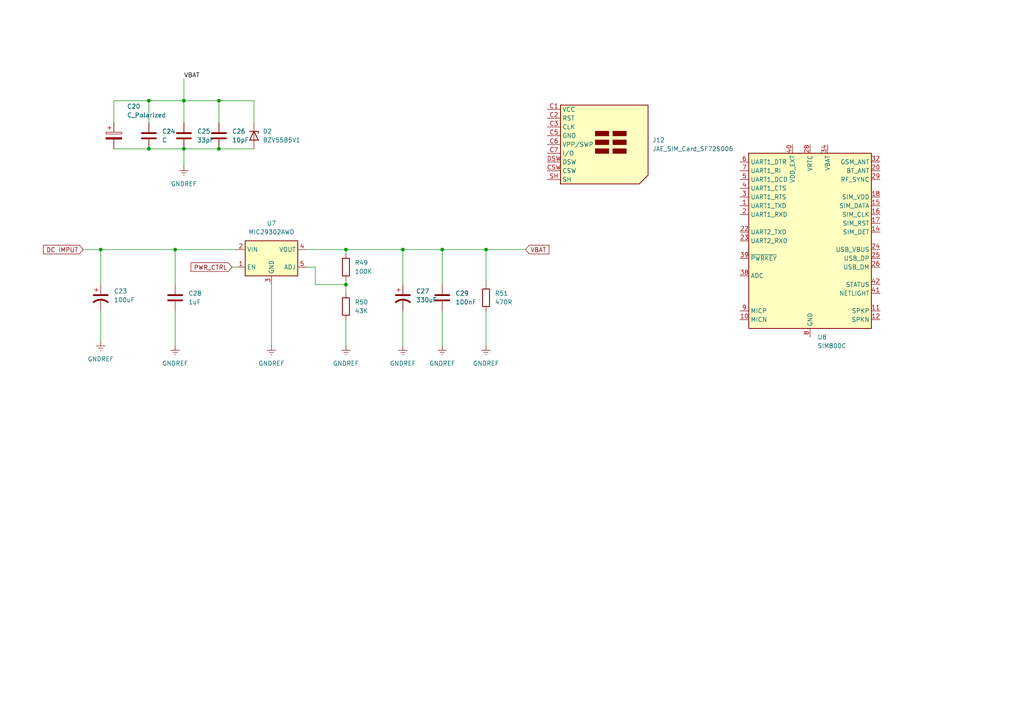
<source format=kicad_sch>
(kicad_sch (version 20250114) (generator "eeschema") (generator_version "9.0")
  (paper "A4")
  (lib_symbols
    (symbol "Connector:JAE_SIM_Card_SF72S006"
      (property "Reference" "J" (at 5.08 12.7 0))
      (property "Value" "JAE_SIM_Card_SF72S006" (at 30.48 12.7 0))
      (symbol "JAE_SIM_Card_SF72S006_0_1"
        (polyline (pts (xy 3.81 11.43) (xy 3.81 -11.43) (xy 26.67 -11.43) (xy 29.21 -8.89) (xy 29.21 11.43) (xy 3.81 11.43)) (stroke (width 0.254)) (fill (type background)))
        (rectangle (start 13.97 2.54) (end 17.78 3.81) (stroke (width 0.254)) (fill (type outline)))
        (rectangle (start 13.97 0) (end 17.78 1.27) (stroke (width 0.254)) (fill (type outline)))
        (rectangle (start 13.97 -2.54) (end 17.78 -1.27) (stroke (width 0.254)) (fill (type outline)))
        (rectangle (start 19.05 2.54) (end 22.86 3.81) (stroke (width 0.254)) (fill (type outline)))
        (rectangle (start 19.05 0) (end 22.86 1.27) (stroke (width 0.254)) (fill (type outline)))
        (rectangle (start 19.05 -1.27) (end 22.86 -2.54) (stroke (width 0.254)) (fill (type outline)))
      )
      (symbol "JAE_SIM_Card_SF72S006_1_1"
        (pin power_in line (at 0 10.16 0) (length 3.81) (name "VCC") (number "C1"))
        (pin input line (at 0 7.62 0) (length 3.81) (name "RST") (number "C2"))
        (pin input line (at 0 5.08 0) (length 3.81) (name "CLK") (number "C3"))
        (pin power_in line (at 0 2.54 0) (length 3.81) (name "GND") (number "C5"))
        (pin bidirectional line (at 0 0 0) (length 3.81) (name "VPP/SWP") (number "C6"))
        (pin bidirectional line (at 0 -2.54 0) (length 3.81) (name "I/O") (number "C7"))
        (pin passive line (at 0 -5.08 0) (length 3.81) (name "DSW") (number "DSW"))
        (pin passive line (at 0 -7.62 0) (length 3.81) (name "CSW") (number "CSW"))
        (pin passive line (at 0 -10.16 0) (length 3.81) (name "SH") (number "SH"))
      )
    )
    (symbol "Device:C" (pin_numbers (hide yes)) (pin_names (offset 0.254))
      (property "Reference" "C" (at 0.635 2.54 0))
      (property "Value" "C" (at 0.635 -2.54 0))
      (symbol "C_0_1"
        (polyline (pts (xy -2.032 0.762) (xy 2.032 0.762)) (stroke (width 0.508)))
        (polyline (pts (xy -2.032 -0.762) (xy 2.032 -0.762)) (stroke (width 0.508)))
      )
      (symbol "C_1_1"
        (pin passive line (at 0 3.81 270) (length 2.794) (name "~") (number "1"))
        (pin passive line (at 0 -3.81 90) (length 2.794) (name "~") (number "2"))
      )
    )
    (symbol "Device:C_Polarized" (pin_numbers (hide yes)) (pin_names (offset 0.254))
      (property "Reference" "C" (at 0.635 2.54 0))
      (property "Value" "C_Polarized" (at 0.635 -2.54 0))
      (symbol "C_Polarized_0_1"
        (rectangle (start -2.286 0.508) (end 2.286 1.016))
        (polyline (pts (xy -1.778 2.286) (xy -0.762 2.286)))
        (polyline (pts (xy -1.27 2.794) (xy -1.27 1.778)))
        (rectangle (start 2.286 -0.508) (end -2.286 -1.016) (fill (type outline)))
      )
      (symbol "C_Polarized_1_1"
        (pin passive line (at 0 3.81 270) (length 2.794) (name "~") (number "1"))
        (pin passive line (at 0 -3.81 90) (length 2.794) (name "~") (number "2"))
      )
    )
    (symbol "Device:C_Polarized_US" (pin_numbers (hide yes)) (pin_names (offset 0.254) (hide yes))
      (property "Reference" "C" (at 0.635 2.54 0))
      (property "Value" "C_Polarized_US" (at 0.635 -2.54 0))
      (symbol "C_Polarized_US_0_1"
        (polyline (pts (xy -2.032 0.762) (xy 2.032 0.762)) (stroke (width 0.508)))
        (polyline (pts (xy -1.778 2.286) (xy -0.762 2.286)))
        (polyline (pts (xy -1.27 1.778) (xy -1.27 2.794)))
        (arc (start -2.032 -1.27) (mid 0 -0.5572) (end 2.032 -1.27) (stroke (width 0.508)))
      )
      (symbol "C_Polarized_US_1_1"
        (pin passive line (at 0 3.81 270) (length 2.794) (name "~") (number "1"))
        (pin passive line (at 0 -3.81 90) (length 3.302) (name "~") (number "2"))
      )
    )
    (symbol "Device:R" (pin_numbers (hide yes)) (pin_names (offset 0))
      (property "Reference" "R" (at 2.032 0 90))
      (property "Value" "R" (at 0 0 90))
      (symbol "R_0_1"
        (rectangle (start -1.016 -2.54) (end 1.016 2.54) (stroke (width 0.254)))
      )
      (symbol "R_1_1"
        (pin passive line (at 0 3.81 270) (length 1.27) (name "~") (number "1"))
        (pin passive line (at 0 -3.81 90) (length 1.27) (name "~") (number "2"))
      )
    )
    (symbol "Diode:BZV55B5V1" (pin_numbers (hide yes)) (pin_names (hide yes))
      (property "Reference" "D" (at 0 2.54 0))
      (property "Value" "BZV55B5V1" (at 0 -2.54 0))
      (symbol "BZV55B5V1_0_1"
        (polyline (pts (xy -1.27 -1.27) (xy -1.27 1.27) (xy -0.762 1.27)) (stroke (width 0.254)))
        (polyline (pts (xy 1.27 0) (xy -1.27 0)))
        (polyline (pts (xy 1.27 -1.27) (xy 1.27 1.27) (xy -1.27 0) (xy 1.27 -1.27)) (stroke (width 0.254)))
      )
      (symbol "BZV55B5V1_1_1"
        (pin passive line (at -3.81 0 0) (length 2.54) (name "K") (number "1"))
        (pin passive line (at 3.81 0 180) (length 2.54) (name "A") (number "2"))
      )
    )
    (symbol "RF_GSM:SIM800C"
      (property "Reference" "U" (at -15.24 26.67 0))
      (property "Value" "SIM800C" (at 12.7 26.67 0))
      (symbol "SIM800C_0_1"
        (rectangle (start -17.78 25.4) (end 17.78 -25.4) (stroke (width 0.254)) (fill (type background)))
      )
      (symbol "SIM800C_1_1"
        (pin input line (at -20.32 22.86 0) (length 2.54) (name "UART1_DTR") (number "6"))
        (pin output line (at -20.32 20.32 0) (length 2.54) (name "UART1_RI") (number "7"))
        (pin output line (at -20.32 17.78 0) (length 2.54) (name "UART1_DCD") (number "5"))
        (pin output line (at -20.32 15.24 0) (length 2.54) (name "UART1_CTS") (number "4"))
        (pin input line (at -20.32 12.7 0) (length 2.54) (name "UART1_RTS") (number "3"))
        (pin output line (at -20.32 10.16 0) (length 2.54) (name "UART1_TXD") (number "1"))
        (pin input line (at -20.32 7.62 0) (length 2.54) (name "UART1_RXD") (number "2"))
        (pin output line (at -20.32 2.54 0) (length 2.54) (name "UART2_TXD") (number "22"))
        (pin input line (at -20.32 0 0) (length 2.54) (name "UART2_RXD") (number "23"))
        (pin input line (at -20.32 -5.08 0) (length 2.54) (name "~{PWRKEY}") (number "39"))
        (pin input line (at -20.32 -10.16 0) (length 2.54) (name "ADC") (number "38"))
        (pin input line (at -20.32 -20.32 0) (length 2.54) (name "MICP") (number "9"))
        (pin input line (at -20.32 -22.86 0) (length 2.54) (name "MICN") (number "10"))
        (pin power_out line (at -5.08 27.94 270) (length 2.54) (name "VDD_EXT") (number "40"))
        (pin power_in line (at 0 27.94 270) (length 2.54) (name "VRTC") (number "28"))
        (pin passive line (at 0 -27.94 90) (length 2.54) (hide yes) (name "GND") (number "13"))
        (pin passive line (at 0 -27.94 90) (length 2.54) (hide yes) (name "GND") (number "19"))
        (pin passive line (at 0 -27.94 90) (length 2.54) (hide yes) (name "GND") (number "21"))
        (pin passive line (at 0 -27.94 90) (length 2.54) (hide yes) (name "GND") (number "27"))
        (pin passive line (at 0 -27.94 90) (length 2.54) (hide yes) (name "GND") (number "30"))
        (pin passive line (at 0 -27.94 90) (length 2.54) (hide yes) (name "GND") (number "31"))
        (pin passive line (at 0 -27.94 90) (length 2.54) (hide yes) (name "GND") (number "33"))
        (pin passive line (at 0 -27.94 90) (length 2.54) (hide yes) (name "GND") (number "36"))
        (pin passive line (at 0 -27.94 90) (length 2.54) (hide yes) (name "GND") (number "37"))
        (pin power_in line (at 0 -27.94 90) (length 2.54) (name "GND") (number "8"))
        (pin power_in line (at 5.08 27.94 270) (length 2.54) (name "VBAT") (number "34"))
        (pin passive line (at 5.08 27.94 270) (length 2.54) (hide yes) (name "VBAT") (number "35"))
        (pin passive line (at 20.32 22.86 180) (length 2.54) (name "GSM_ANT") (number "32"))
        (pin passive line (at 20.32 20.32 180) (length 2.54) (name "BT_ANT") (number "20"))
        (pin output line (at 20.32 17.78 180) (length 2.54) (name "RF_SYNC") (number "29"))
        (pin power_out line (at 20.32 12.7 180) (length 2.54) (name "SIM_VDD") (number "18"))
        (pin bidirectional line (at 20.32 10.16 180) (length 2.54) (name "SIM_DATA") (number "15"))
        (pin output line (at 20.32 7.62 180) (length 2.54) (name "SIM_CLK") (number "16"))
        (pin output line (at 20.32 5.08 180) (length 2.54) (name "SIM_RST") (number "17"))
        (pin input line (at 20.32 2.54 180) (length 2.54) (name "SIM_DET") (number "14"))
        (pin input line (at 20.32 -2.54 180) (length 2.54) (name "USB_VBUS") (number "24"))
        (pin bidirectional line (at 20.32 -5.08 180) (length 2.54) (name "USB_DP") (number "25"))
        (pin bidirectional line (at 20.32 -7.62 180) (length 2.54) (name "USB_DM") (number "26"))
        (pin output line (at 20.32 -12.7 180) (length 2.54) (name "STATUS") (number "42"))
        (pin output line (at 20.32 -15.24 180) (length 2.54) (name "NETLIGHT") (number "41"))
        (pin output line (at 20.32 -20.32 180) (length 2.54) (name "SPKP") (number "11"))
        (pin output line (at 20.32 -22.86 180) (length 2.54) (name "SPKN") (number "12"))
      )
    )
    (symbol "Regulator_Linear:MIC29302AWD"
      (property "Reference" "U" (at -6.35 6.35 0))
      (property "Value" "MIC29302AWD" (at 2.54 6.35 0))
      (symbol "MIC29302AWD_1_1"
        (rectangle (start -7.62 5.08) (end 7.62 -5.08) (stroke (width 0.254)) (fill (type background)))
        (pin power_in line (at -10.16 2.54 0) (length 2.54) (name "VIN") (number "2"))
        (pin input line (at -10.16 -2.54 0) (length 2.54) (name "EN") (number "1"))
        (pin power_in line (at 0 -7.62 90) (length 2.54) (name "GND") (number "3"))
        (pin power_out line (at 10.16 2.54 180) (length 2.54) (name "VOUT") (number "4"))
        (pin input line (at 10.16 -2.54 180) (length 2.54) (name "ADJ") (number "5"))
      )
    )
    (symbol "power:GNDREF" (power) (pin_numbers (hide yes)) (pin_names (offset 0) (hide yes))
      (property "Value" "GNDREF" (at 0 -3.81 0))
      (symbol "GNDREF_0_1"
        (polyline (pts (xy -0.635 -1.905) (xy 0.635 -1.905)))
        (polyline (pts (xy -0.127 -2.54) (xy 0.127 -2.54)))
        (polyline (pts (xy 0 -1.27) (xy 0 0)))
        (polyline (pts (xy 1.27 -1.27) (xy -1.27 -1.27)))
      )
      (symbol "GNDREF_1_1"
        (pin power_in line (at 0 0 270) (length 0) (name "~") (number "1"))
      )
    )
  )
  (junction (at 63.5 29.21))
  (junction (at 29.21 72.39))
  (junction (at 53.34 29.21))
  (junction (at 116.84 72.39))
  (junction (at 140.97 72.39))
  (junction (at 128.27 72.39))
  (junction (at 43.18 43.18))
  (junction (at 43.18 29.21))
  (junction (at 63.5 43.18))
  (junction (at 50.8 72.39))
  (junction (at 100.33 72.39))
  (junction (at 100.33 82.55))
  (junction (at 53.34 43.18))
  (wire (pts (xy 43.18 29.21) (xy 43.18 35.56)))
  (wire (pts (xy 88.9 77.47) (xy 91.44 77.47)))
  (wire (pts (xy 29.21 99.06) (xy 29.21 90.17)))
  (wire (pts (xy 140.97 82.55) (xy 140.97 72.39)))
  (wire (pts (xy 100.33 82.55) (xy 100.33 85.09)))
  (wire (pts (xy 29.21 72.39) (xy 50.8 72.39)))
  (wire (pts (xy 116.84 72.39) (xy 100.33 72.39)))
  (wire (pts (xy 100.33 81.28) (xy 100.33 82.55)))
  (wire (pts (xy 33.02 43.18) (xy 43.18 43.18)))
  (wire (pts (xy 53.34 29.21) (xy 53.34 35.56)))
  (wire (pts (xy 128.27 90.17) (xy 128.27 100.33)))
  (wire (pts (xy 78.74 82.55) (xy 78.74 100.33)))
  (wire (pts (xy 63.5 29.21) (xy 63.5 35.56)))
  (wire (pts (xy 116.84 72.39) (xy 116.84 82.55)))
  (wire (pts (xy 53.34 43.18) (xy 63.5 43.18)))
  (wire (pts (xy 88.9 72.39) (xy 100.33 72.39)))
  (wire (pts (xy 50.8 100.33) (xy 50.8 90.17)))
  (wire (pts (xy 50.8 72.39) (xy 50.8 82.55)))
  (wire (pts (xy 33.02 29.21) (xy 43.18 29.21)))
  (wire (pts (xy 50.8 72.39) (xy 68.58 72.39)))
  (wire (pts (xy 63.5 43.18) (xy 73.66 43.18)))
  (wire (pts (xy 140.97 72.39) (xy 152.4 72.39)))
  (wire (pts (xy 53.34 29.21) (xy 63.5 29.21)))
  (wire (pts (xy 43.18 29.21) (xy 53.34 29.21)))
  (wire (pts (xy 140.97 90.17) (xy 140.97 100.33)))
  (wire (pts (xy 91.44 82.55) (xy 100.33 82.55)))
  (wire (pts (xy 91.44 77.47) (xy 91.44 82.55)))
  (wire (pts (xy 140.97 72.39) (xy 128.27 72.39)))
  (wire (pts (xy 53.34 22.86) (xy 53.34 29.21)))
  (wire (pts (xy 100.33 92.71) (xy 100.33 100.33)))
  (wire (pts (xy 100.33 72.39) (xy 100.33 73.66)))
  (wire (pts (xy 68.58 77.47) (xy 67.31 77.47)))
  (wire (pts (xy 128.27 72.39) (xy 128.27 82.55)))
  (wire (pts (xy 43.18 43.18) (xy 53.34 43.18)))
  (wire (pts (xy 116.84 100.33) (xy 116.84 90.17)))
  (wire (pts (xy 53.34 43.18) (xy 53.34 48.26)))
  (wire (pts (xy 29.21 72.39) (xy 29.21 82.55)))
  (wire (pts (xy 24.13 72.39) (xy 29.21 72.39)))
  (wire (pts (xy 63.5 29.21) (xy 73.66 29.21)))
  (wire (pts (xy 116.84 72.39) (xy 128.27 72.39)))
  (wire (pts (xy 73.66 29.21) (xy 73.66 35.56)))
  (wire (pts (xy 33.02 29.21) (xy 33.02 35.56)))
  (label "VBAT" (at 53.34 22.86 0))
  (global_label "VBAT" (shape input) (at 152.4 72.39 0) (property "Intersheetrefs" "${INTERSHEET_REFS}" (effects (hide yes))))
  (global_label "DC IMPUT" (shape input) (at 24.13 72.39 180) (property "Intersheetrefs" "${INTERSHEET_REFS}" (effects (hide yes))))
  (global_label "PWR_CTRL" (shape input) (at 67.31 77.47 180) (property "Intersheetrefs" "${INTERSHEET_REFS}" (effects (hide yes))))
  (symbol (lib_id "RF_GSM:SIM800C") (at 234.95 69.85 0) (unit 1)
    (property "Reference" "U8" (at 237.0933 97.79 0) (effects (justify left)))
    (property "Value" "SIM800C" (at 237.0933 100.33 0) (effects (justify left)))
    (property "Footprint" "RF_GSM:SIMCom_SIM800C" (effects (hide yes)))
    (property "Datasheet" "http://simcom.ee/documents/SIM800C/SIM800C_Hardware_Design_V1.05.pdf" (effects (hide yes)))
    (property "Description" "GSM Quad-Band Communication Module, GPRS, Audio Engine, AT Command Set, Bluetooth is Optional" (effects (hide yes)))
  )
  (symbol (lib_id "power:GNDREF") (at 116.84 100.33 0) (unit 1)
    (property "Reference" "#PWR066" (effects (hide yes)))
    (property "Value" "GNDREF" (at 116.84 105.41 0))
    (property "Description" "Power symbol creates a global label with name \"GNDREF\" , reference supply ground" (effects (hide yes)))
  )
  (symbol (lib_id "Regulator_Linear:MIC29302AWD") (at 78.74 74.93 0) (unit 1)
    (property "Reference" "U7" (at 78.74 64.77 0))
    (property "Value" "MIC29302AWD" (at 78.74 67.31 0))
    (property "Footprint" "Package_TO_SOT_SMD:TO-252-5_TabPin3" (effects (hide yes)))
    (property "Datasheet" "https://ww1.microchip.com/downloads/aemDocuments/documents/OTH/ProductDocuments/DataSheets/20005897B.pdf" (effects (hide yes)))
    (property "Description" "3A low dropout linear regulator, shutdown pin, 3V to 16V input voltage, 1.24V to 15V adjustable output, TO-252" (effects (hide yes)))
  )
  (symbol (lib_id "Device:C_Polarized") (at 33.02 39.37 0) (unit 1)
    (property "Reference" "C20" (at 36.83 30.8609 0) (effects (justify left)))
    (property "Value" "C_Polarized" (at 36.83 33.4009 0) (effects (justify left)))
    (property "Description" "Polarized capacitor" (effects (hide yes)))
  )
  (symbol (lib_id "Device:C") (at 63.5 39.37 0) (unit 1)
    (property "Reference" "C26" (at 67.31 38.0999 0) (effects (justify left)))
    (property "Value" "10pF" (at 67.31 40.6399 0) (effects (justify left)))
    (property "Description" "Unpolarized capacitor" (effects (hide yes)))
  )
  (symbol (lib_id "Device:C") (at 128.27 86.36 0) (unit 1)
    (property "Reference" "C29" (at 132.08 85.0899 0) (effects (justify left)))
    (property "Value" "100nF" (at 132.08 87.6299 0) (effects (justify left)))
    (property "Description" "Unpolarized capacitor" (effects (hide yes)))
  )
  (symbol (lib_id "Connector:JAE_SIM_Card_SF72S006") (at 158.75 41.91 0) (unit 1)
    (property "Reference" "J12" (at 189.23 40.6399 0) (effects (justify left)))
    (property "Value" "JAE_SIM_Card_SF72S006" (at 189.23 43.1799 0) (effects (justify left)))
    (property "Footprint" "Connector_JAE:JAE_SIM_Card_SF72S006" (effects (hide yes)))
    (property "Datasheet" "https://www.jae.com/direct/topics/topics_file_download/topics_id=68892&ext_no=06&index=0&_lang=en&v=202003111511468456809" (effects (hide yes)))
    (property "Description" "Nano-SIM Card (4FF) connector with Detect Switch" (effects (hide yes)))
  )
  (symbol (lib_id "power:GNDREF") (at 128.27 100.33 0) (unit 1)
    (property "Reference" "#PWR067" (effects (hide yes)))
    (property "Value" "GNDREF" (at 128.27 105.41 0))
    (property "Description" "Power symbol creates a global label with name \"GNDREF\" , reference supply ground" (effects (hide yes)))
  )
  (symbol (lib_id "power:GNDREF") (at 29.21 99.06 0) (unit 1)
    (property "Reference" "#PWR014" (effects (hide yes)))
    (property "Value" "GNDREF" (at 29.21 104.14 0))
    (property "Description" "Power symbol creates a global label with name \"GNDREF\" , reference supply ground" (effects (hide yes)))
  )
  (symbol (lib_id "Device:C") (at 43.18 39.37 0) (unit 1)
    (property "Reference" "C24" (at 46.99 38.0999 0) (effects (justify left)))
    (property "Value" "C" (at 46.99 40.6399 0) (effects (justify left)))
    (property "Description" "Unpolarized capacitor" (effects (hide yes)))
  )
  (symbol (lib_id "Device:C_Polarized_US") (at 29.21 86.36 0) (unit 1)
    (property "Reference" "C23" (at 33.02 84.4549 0) (effects (justify left)))
    (property "Value" "100uF" (at 33.02 86.9949 0) (effects (justify left)))
    (property "Description" "Polarized capacitor, US symbol" (effects (hide yes)))
  )
  (symbol (lib_id "Device:R") (at 140.97 86.36 0) (unit 1)
    (property "Reference" "R51" (at 143.51 85.0899 0) (effects (justify left)))
    (property "Value" "470R" (at 143.51 87.6299 0) (effects (justify left)))
    (property "Description" "Resistor" (effects (hide yes)))
  )
  (symbol (lib_id "Device:C_Polarized_US") (at 116.84 86.36 0) (unit 1)
    (property "Reference" "C27" (at 120.65 84.4549 0) (effects (justify left)))
    (property "Value" "330uF" (at 120.65 86.9949 0) (effects (justify left)))
    (property "Description" "Polarized capacitor, US symbol" (effects (hide yes)))
  )
  (symbol (lib_id "power:GNDREF") (at 50.8 100.33 0) (unit 1)
    (property "Reference" "#PWR062" (effects (hide yes)))
    (property "Value" "GNDREF" (at 50.8 105.41 0))
    (property "Description" "Power symbol creates a global label with name \"GNDREF\" , reference supply ground" (effects (hide yes)))
  )
  (symbol (lib_id "power:GNDREF") (at 78.74 100.33 0) (unit 1)
    (property "Reference" "#PWR064" (effects (hide yes)))
    (property "Value" "GNDREF" (at 78.74 105.41 0))
    (property "Description" "Power symbol creates a global label with name \"GNDREF\" , reference supply ground" (effects (hide yes)))
  )
  (symbol (lib_id "Device:R") (at 100.33 88.9 0) (unit 1)
    (property "Reference" "R50" (at 102.87 87.6299 0) (effects (justify left)))
    (property "Value" "43K" (at 102.87 90.1699 0) (effects (justify left)))
    (property "Description" "Resistor" (effects (hide yes)))
  )
  (symbol (lib_id "Device:R") (at 100.33 77.47 0) (unit 1)
    (property "Reference" "R49" (at 102.87 76.1999 0) (effects (justify left)))
    (property "Value" "100K" (at 102.87 78.7399 0) (effects (justify left)))
    (property "Description" "Resistor" (effects (hide yes)))
  )
  (symbol (lib_id "Diode:BZV55B5V1") (at 73.66 39.37 270) (unit 1)
    (property "Reference" "D2" (at 76.2 38.0999 90) (effects (justify left)))
    (property "Value" "BZV55B5V1" (at 76.2 40.6399 90) (effects (justify left)))
    (property "Footprint" "Diode_SMD:D_MiniMELF" (effects (hide yes)))
    (property "Datasheet" "https://assets.nexperia.com/documents/data-sheet/BZV55_SER.pdf" (effects (hide yes)))
    (property "Description" "5.1V, 500mW, 2%, Zener diode, MiniMELF" (effects (hide yes)))
  )
  (symbol (lib_id "power:GNDREF") (at 53.34 48.26 0) (unit 1)
    (property "Reference" "#PWR09" (effects (hide yes)))
    (property "Value" "GNDREF" (at 53.34 53.34 0))
    (property "Description" "Power symbol creates a global label with name \"GNDREF\" , reference supply ground" (effects (hide yes)))
  )
  (symbol (lib_id "Device:C") (at 53.34 39.37 0) (unit 1)
    (property "Reference" "C25" (at 57.15 38.0999 0) (effects (justify left)))
    (property "Value" "33pF" (at 57.15 40.6399 0) (effects (justify left)))
    (property "Description" "Unpolarized capacitor" (effects (hide yes)))
  )
  (symbol (lib_id "power:GNDREF") (at 140.97 100.33 0) (unit 1)
    (property "Reference" "#PWR068" (effects (hide yes)))
    (property "Value" "GNDREF" (at 140.97 105.41 0))
    (property "Description" "Power symbol creates a global label with name \"GNDREF\" , reference supply ground" (effects (hide yes)))
  )
  (symbol (lib_id "power:GNDREF") (at 100.33 100.33 0) (unit 1)
    (property "Reference" "#PWR065" (effects (hide yes)))
    (property "Value" "GNDREF" (at 100.33 105.41 0))
    (property "Description" "Power symbol creates a global label with name \"GNDREF\" , reference supply ground" (effects (hide yes)))
  )
  (symbol (lib_id "Device:C") (at 50.8 86.36 0) (unit 1)
    (property "Reference" "C28" (at 54.61 85.0899 0) (effects (justify left)))
    (property "Value" "1uF" (at 54.61 87.6299 0) (effects (justify left)))
    (property "Description" "Unpolarized capacitor" (effects (hide yes)))
  )
)
</source>
